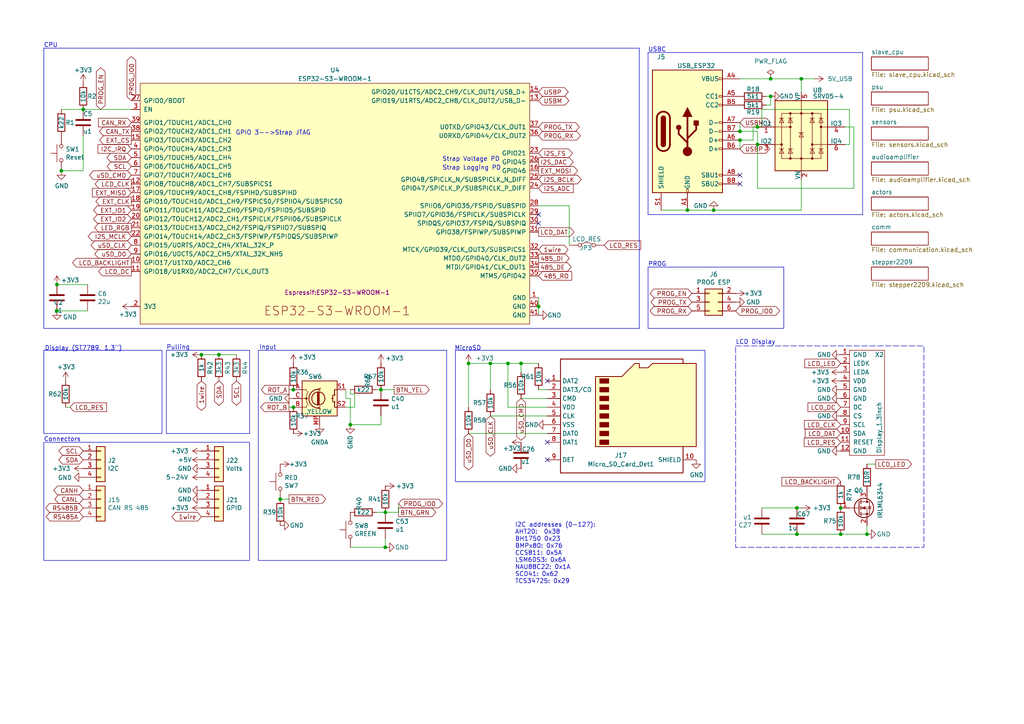
<source format=kicad_sch>
(kicad_sch (version 20250114) (generator "eeschema") (generator_version "9.0")
  (paper "A4")
  (title_block (title "lab@home") (date "2024-08-19") (rev "15.1") (company "Klaus Liebler"))
  (rectangle (start 213.36 100.33) (end 267.97 158.75) (stroke (width 0) (type dash)))
  (rectangle (start 187.96 77.47) (end 227.33 95.25))
  (rectangle (start 74.93 101.6) (end 129.54 162.56))
  (rectangle (start 12.7 128.27) (end 72.39 162.56))
  (rectangle (start 12.7 101.6) (end 46.99 125.73))
  (rectangle (start 48.26 101.6) (end 72.39 125.73))
  (rectangle (start 132.08 101.6) (end 204.47 139.7))
  (text "USBC" (at 187.96 15.24 0) (effects (font (size 1.27 1.27)) (justify left bottom)))
  (text "Connectors" (at 12.7 128.27 0) (effects (font (size 1.27 1.27)) (justify left bottom)))
  (text "I2C addresses (0-127):\nAHT20:  0x38\nBH1750 0x23\nBMPx80: 0x76\nCCS811: 0x5A\nLSM6DS3: 0x6A\nNAU88C22: 0x1A\nSCD41: 0x62\nTCS34725: 0x29\n" (at 149.352 160.528 0) (effects (font (size 1.27 1.27)) (justify left)))
  (text "Pulling" (at 48.26 101.6 0) (effects (font (size 1.27 1.27)) (justify left bottom)))
  (text "GPIO 3-->Strap JTAG" (at 68.326 39.37 0) (effects (font (size 1.27 1.27)) (justify left bottom)))
  (text "Strap Logging PD" (at 128.27 49.53 0) (effects (font (size 1.27 1.27)) (justify left bottom)))
  (text "Input" (at 75.184 101.6 0) (effects (font (size 1.27 1.27)) (justify left bottom)))
  (text "Strap Voltage PD" (at 128.27 46.99 0) (effects (font (size 1.27 1.27)) (justify left bottom)))
  (text "MicroSD" (at 131.826 101.854 0) (effects (font (size 1.27 1.27)) (justify left bottom)))
  (text "CPU" (at 12.7 13.97 0) (effects (font (size 1.27 1.27)) (justify left bottom)))
  (text "PROG" (at 187.96 77.47 0) (effects (font (size 1.27 1.27)) (justify left bottom)))
  (text "Display (ST7789, 1,3'')" (at 12.954 101.854 0) (effects (font (size 1.27 1.27)) (justify left bottom)))
  (text "LCD Display" (at 213.36 100.076 0) (effects (font (size 1.27 1.27)) (justify left bottom)))
  (junction (at 223.52 22.86))
  (junction (at 251.46 154.94))
  (junction (at 16.51 82.55))
  (junction (at 214.63 40.64))
  (junction (at 17.78 49.53))
  (junction (at 111.76 148.59))
  (junction (at 156.21 88.9))
  (junction (at 219.71 36.83))
  (junction (at 16.51 90.17))
  (junction (at 81.28 144.78))
  (junction (at 63.5 102.87))
  (junction (at 223.52 27.94))
  (junction (at 199.39 60.96))
  (junction (at 207.01 60.96))
  (junction (at 101.6 123.19))
  (junction (at 214.63 38.1))
  (junction (at 219.71 41.91))
  (junction (at 142.24 105.41))
  (junction (at 243.84 147.32))
  (junction (at 243.84 154.94))
  (junction (at 24.13 31.75))
  (junction (at 231.14 147.32))
  (junction (at 151.13 105.41))
  (junction (at 110.49 113.03))
  (junction (at 147.32 105.41))
  (junction (at 85.09 113.03))
  (junction (at 85.09 118.11))
  (junction (at 231.14 154.94))
  (junction (at 111.76 158.75))
  (junction (at 232.41 22.86))
  (junction (at 58.42 102.87))
  (junction (at 135.89 105.41))
  (no_connect (at 158.75 110.49))
  (no_connect (at 156.21 64.77))
  (no_connect (at 158.75 128.27))
  (no_connect (at 214.63 53.34))
  (no_connect (at 158.75 133.35))
  (no_connect (at 214.63 50.8))
  (no_connect (at 156.21 62.23))
  (polyline (pts (xy 12.7 13.97) (xy 12.7 95.25)))
  (wire (pts (xy 109.22 113.03) (xy 110.49 113.03)))
  (wire (pts (xy 231.14 147.32) (xy 232.41 147.32)))
  (wire (pts (xy 246.38 41.91) (xy 245.11 41.91)))
  (wire (pts (xy 191.77 60.96) (xy 199.39 60.96)))
  (wire (pts (xy 151.13 115.57) (xy 158.75 115.57)))
  (wire (pts (xy 220.98 154.94) (xy 231.14 154.94)))
  (wire (pts (xy 142.24 113.03) (xy 142.24 105.41)))
  (wire (pts (xy 63.5 102.87) (xy 68.58 102.87)))
  (wire (pts (xy 214.63 40.64) (xy 218.44 40.64)))
  (wire (pts (xy 135.89 105.41) (xy 142.24 105.41)))
  (wire (pts (xy 17.78 31.75) (xy 24.13 31.75)))
  (wire (pts (xy 232.41 52.07) (xy 232.41 60.96)))
  (wire (pts (xy 151.13 105.41) (xy 151.13 107.95)))
  (polyline (pts (xy 185.42 13.97) (xy 185.42 95.25)))
  (wire (pts (xy 101.6 113.03) (xy 101.6 114.3)))
  (wire (pts (xy 25.4 82.55) (xy 16.51 82.55)))
  (wire (pts (xy 147.32 118.11) (xy 147.32 105.41)))
  (wire (pts (xy 219.71 36.83) (xy 220.98 36.83)))
  (wire (pts (xy 147.32 118.11) (xy 158.75 118.11)))
  (wire (pts (xy 151.13 105.41) (xy 156.21 105.41)))
  (wire (pts (xy 223.52 27.94) (xy 223.52 30.48)))
  (wire (pts (xy 251.46 134.62) (xy 254 134.62)))
  (wire (pts (xy 19.05 118.11) (xy 20.32 118.11)))
  (wire (pts (xy 231.14 154.94) (xy 243.84 154.94)))
  (wire (pts (xy 85.09 113.03) (xy 83.82 113.03)))
  (wire (pts (xy 24.13 31.75) (xy 38.1 31.75)))
  (wire (pts (xy 207.01 60.96) (xy 232.41 60.96)))
  (wire (pts (xy 223.52 30.48) (xy 222.25 30.48)))
  (wire (pts (xy 214.63 40.64) (xy 214.63 43.18)))
  (wire (pts (xy 220.98 31.75) (xy 246.38 31.75)))
  (wire (pts (xy 246.38 31.75) (xy 246.38 41.91)))
  (wire (pts (xy 165.1 59.69) (xy 156.21 59.69)))
  (wire (pts (xy 220.98 36.83) (xy 220.98 31.75)))
  (wire (pts (xy 142.24 120.65) (xy 158.75 120.65)))
  (wire (pts (xy 101.6 115.57) (xy 101.6 123.19)))
  (wire (pts (xy 85.09 118.11) (xy 83.82 118.11)))
  (wire (pts (xy 156.21 86.36) (xy 156.21 88.9)))
  (wire (pts (xy 243.84 154.94) (xy 251.46 154.94)))
  (polyline (pts (xy 250.19 15.24) (xy 250.19 62.23)))
  (wire (pts (xy 165.1 59.69) (xy 165.1 71.12)))
  (wire (pts (xy 102.87 118.11) (xy 102.87 114.3)))
  (wire (pts (xy 24.13 39.37) (xy 24.13 49.53)))
  (wire (pts (xy 219.71 54.61) (xy 247.65 54.61)))
  (polyline (pts (xy 110.49 13.97) (xy 185.42 13.97)))
  (wire (pts (xy 110.49 113.03) (xy 114.3 113.03)))
  (wire (pts (xy 25.4 90.17) (xy 16.51 90.17)))
  (wire (pts (xy 220.98 147.32) (xy 231.14 147.32)))
  (wire (pts (xy 156.21 88.9) (xy 156.21 91.44)))
  (wire (pts (xy 219.71 38.1) (xy 219.71 41.91)))
  (polyline (pts (xy 250.19 62.23) (xy 187.96 62.23)))
  (wire (pts (xy 156.21 113.03) (xy 158.75 113.03)))
  (wire (pts (xy 247.65 36.83) (xy 245.11 36.83)))
  (polyline (pts (xy 12.7 13.97) (xy 110.49 13.97)))
  (wire (pts (xy 101.6 158.75) (xy 111.76 158.75)))
  (polyline (pts (xy 12.7 95.25) (xy 185.42 95.25)))
  (wire (pts (xy 251.46 152.4) (xy 251.46 154.94)))
  (wire (pts (xy 218.44 40.64) (xy 218.44 36.83)))
  (wire (pts (xy 218.44 36.83) (xy 219.71 36.83)))
  (polyline (pts (xy 12.7 13.97) (xy 12.7 13.97)))
  (wire (pts (xy 111.76 156.21) (xy 111.76 158.75)))
  (wire (pts (xy 111.76 148.59) (xy 115.57 148.59)))
  (wire (pts (xy 109.22 148.59) (xy 111.76 148.59)))
  (wire (pts (xy 199.39 60.96) (xy 207.01 60.96)))
  (wire (pts (xy 100.33 118.11) (xy 102.87 118.11)))
  (polyline (pts (xy 187.96 15.24) (xy 250.19 15.24)))
  (wire (pts (xy 135.89 118.11) (xy 135.89 105.41)))
  (wire (pts (xy 100.33 115.57) (xy 100.33 113.03)))
  (wire (pts (xy 24.13 49.53) (xy 17.78 49.53)))
  (wire (pts (xy 232.41 22.86) (xy 223.52 22.86)))
  (wire (pts (xy 110.49 120.65) (xy 110.49 123.19)))
  (wire (pts (xy 214.63 38.1) (xy 219.71 38.1)))
  (wire (pts (xy 219.71 41.91) (xy 219.71 54.61)))
  (wire (pts (xy 81.28 144.78) (xy 83.82 144.78)))
  (wire (pts (xy 214.63 22.86) (xy 223.52 22.86)))
  (wire (pts (xy 147.32 105.41) (xy 151.13 105.41)))
  (wire (pts (xy 102.87 114.3) (xy 101.6 114.3)))
  (wire (pts (xy 232.41 26.67) (xy 232.41 22.86)))
  (wire (pts (xy 222.25 27.94) (xy 223.52 27.94)))
  (wire (pts (xy 101.6 123.19) (xy 110.49 123.19)))
  (wire (pts (xy 142.24 105.41) (xy 147.32 105.41)))
  (polyline (pts (xy 187.96 15.24) (xy 187.96 62.23)))
  (wire (pts (xy 232.41 22.86) (xy 236.22 22.86)))
  (wire (pts (xy 247.65 54.61) (xy 247.65 36.83)))
  (wire (pts (xy 101.6 115.57) (xy 100.33 115.57)))
  (wire (pts (xy 115.57 146.05) (xy 115.57 148.59)))
  (wire (pts (xy 135.89 125.73) (xy 158.75 125.73)))
  (wire (pts (xy 214.63 35.56) (xy 214.63 38.1)))
  (wire (pts (xy 58.42 102.87) (xy 63.5 102.87)))
  (global_label "uSD_CLK" (shape bidirectional) (at 38.1 71.12 180) (property "Intersheetrefs" "${INTERSHEET_REFS}" (effects (hide yes))))
  (global_label "EXT_IO2" (shape bidirectional) (at 38.1 63.5 180) (property "Intersheetrefs" "${INTERSHEET_REFS}" (effects (hide yes))))
  (global_label "1wire" (shape bidirectional) (at 58.42 110.49 270) (property "Intersheetrefs" "${INTERSHEET_REFS}" (effects (hide yes))))
  (global_label "485_DI" (shape output) (at 156.21 74.93 0) (property "Intersheetrefs" "${INTERSHEET_REFS}" (effects (hide yes))))
  (global_label "SCL" (shape bidirectional) (at 68.58 110.49 270) (property "Intersheetrefs" "${INTERSHEET_REFS}" (effects (hide yes))))
  (global_label "SDA" (shape bidirectional) (at 63.5 110.49 270) (property "Intersheetrefs" "${INTERSHEET_REFS}" (effects (hide yes))))
  (global_label "I2S_DAC" (shape output) (at 156.21 46.99 0) (property "Intersheetrefs" "${INTERSHEET_REFS}" (effects (hide yes))))
  (global_label "LCD_LED" (shape output) (at 254 134.62 0) (property "Intersheetrefs" "${INTERSHEET_REFS}" (effects (hide yes))))
  (global_label "I2S_BCLK" (shape bidirectional) (at 156.21 52.07 0) (property "Intersheetrefs" "${INTERSHEET_REFS}" (effects (hide yes))))
  (global_label "RS485B" (shape bidirectional) (at 24.13 147.32 180) (property "Intersheetrefs" "${INTERSHEET_REFS}" (effects (hide yes))))
  (global_label "USBM" (shape bidirectional) (at 214.63 35.56 0) (property "Intersheetrefs" "${INTERSHEET_REFS}" (effects (hide yes))))
  (global_label "SCL" (shape bidirectional) (at 24.13 130.81 180) (property "Intersheetrefs" "${INTERSHEET_REFS}" (effects (hide yes))))
  (global_label "LCD_DC" (shape output) (at 38.1 78.74 180) (property "Intersheetrefs" "${INTERSHEET_REFS}" (effects (hide yes))))
  (global_label "CAN_TX" (shape output) (at 38.1 38.1 180) (property "Intersheetrefs" "${INTERSHEET_REFS}" (effects (hide yes))))
  (global_label "USBM" (shape bidirectional) (at 156.21 29.21 0) (property "Intersheetrefs" "${INTERSHEET_REFS}" (effects (hide yes))))
  (global_label "485_RO" (shape input) (at 156.21 80.01 0) (property "Intersheetrefs" "${INTERSHEET_REFS}" (effects (hide yes))))
  (global_label "PROG_TX" (shape bidirectional) (at 200.66 87.63 180) (property "Intersheetrefs" "${INTERSHEET_REFS}" (effects (hide yes))))
  (global_label "LCD_BACKLIGHT" (shape output) (at 38.1 76.2 180) (property "Intersheetrefs" "${INTERSHEET_REFS}" (effects (hide yes))))
  (global_label "uSD_D0" (shape bidirectional) (at 38.1 73.66 180) (property "Intersheetrefs" "${INTERSHEET_REFS}" (effects (hide yes))))
  (global_label "CANL" (shape bidirectional) (at 24.13 144.78 180) (property "Intersheetrefs" "${INTERSHEET_REFS}" (effects (hide yes))))
  (global_label "PROG_IO0" (shape bidirectional) (at 213.36 90.17 0) (property "Intersheetrefs" "${INTERSHEET_REFS}" (effects (hide yes))))
  (global_label "LCD_RES" (shape input) (at 243.84 128.27 180) (property "Intersheetrefs" "${INTERSHEET_REFS}" (effects (hide yes))))
  (global_label "PROG_IO0" (shape bidirectional) (at 115.57 146.05 0) (property "Intersheetrefs" "${INTERSHEET_REFS}" (effects (hide yes))))
  (global_label "uSD_CMD" (shape bidirectional) (at 151.13 115.57 270) (property "Intersheetrefs" "${INTERSHEET_REFS}" (effects (hide yes))))
  (global_label "uSD_CLK" (shape bidirectional) (at 142.24 120.65 270) (property "Intersheetrefs" "${INTERSHEET_REFS}" (effects (hide yes))))
  (global_label "RS485A" (shape bidirectional) (at 24.13 149.86 180) (property "Intersheetrefs" "${INTERSHEET_REFS}" (effects (hide yes))))
  (global_label "BTN_GRN" (shape output) (at 115.57 148.59 0) (property "Intersheetrefs" "${INTERSHEET_REFS}" (effects (hide yes))))
  (global_label "LED_RGB" (shape output) (at 38.1 66.04 180) (property "Intersheetrefs" "${INTERSHEET_REFS}" (effects (hide yes))))
  (global_label "CAN_RX" (shape input) (at 38.1 35.56 180) (property "Intersheetrefs" "${INTERSHEET_REFS}" (effects (hide yes))))
  (global_label "ROT_B" (shape output) (at 83.82 118.11 180) (property "Intersheetrefs" "${INTERSHEET_REFS}" (effects (hide yes))))
  (global_label "1wire" (shape bidirectional) (at 156.21 72.39 0) (property "Intersheetrefs" "${INTERSHEET_REFS}" (effects (hide yes))))
  (global_label "EXT_CLK" (shape output) (at 38.1 58.42 180) (property "Intersheetrefs" "${INTERSHEET_REFS}" (effects (hide yes))))
  (global_label "uSD_D0" (shape bidirectional) (at 135.89 125.73 270) (property "Intersheetrefs" "${INTERSHEET_REFS}" (effects (hide yes))))
  (global_label "SDA" (shape bidirectional) (at 24.13 133.35 180) (property "Intersheetrefs" "${INTERSHEET_REFS}" (effects (hide yes))))
  (global_label "I2C_IRQ" (shape input) (at 38.1 43.18 180) (property "Intersheetrefs" "${INTERSHEET_REFS}" (effects (hide yes))))
  (global_label "uSD_CMD" (shape bidirectional) (at 38.1 50.8 180) (property "Intersheetrefs" "${INTERSHEET_REFS}" (effects (hide yes))))
  (global_label "I2S_FS" (shape bidirectional) (at 156.21 44.45 0) (property "Intersheetrefs" "${INTERSHEET_REFS}" (effects (hide yes))))
  (global_label "SDA" (shape bidirectional) (at 38.1 45.72 180) (property "Intersheetrefs" "${INTERSHEET_REFS}" (effects (hide yes))))
  (global_label "LCD_RES" (shape input) (at 175.26 71.12 0) (property "Intersheetrefs" "${INTERSHEET_REFS}" (effects (hide yes))))
  (global_label "EXT_MISO" (shape input) (at 38.1 55.88 180) (property "Intersheetrefs" "${INTERSHEET_REFS}" (effects (hide yes))))
  (global_label "LCD_DAT" (shape input) (at 243.84 125.73 180) (property "Intersheetrefs" "${INTERSHEET_REFS}" (effects (hide yes))))
  (global_label "USBP" (shape bidirectional) (at 156.21 26.67 0) (property "Intersheetrefs" "${INTERSHEET_REFS}" (effects (hide yes))))
  (global_label "PROG_RX" (shape bidirectional) (at 200.66 90.17 180) (property "Intersheetrefs" "${INTERSHEET_REFS}" (effects (hide yes))))
  (global_label "LCD_DAT" (shape output) (at 156.21 67.31 0) (property "Intersheetrefs" "${INTERSHEET_REFS}" (effects (hide yes))))
  (global_label "LCD_DC" (shape input) (at 243.84 118.11 180) (property "Intersheetrefs" "${INTERSHEET_REFS}" (effects (hide yes))))
  (global_label "PROG_RX" (shape bidirectional) (at 156.21 39.37 0) (property "Intersheetrefs" "${INTERSHEET_REFS}" (effects (hide yes))))
  (global_label "BTN_RED" (shape output) (at 83.82 144.78 0) (property "Intersheetrefs" "${INTERSHEET_REFS}" (effects (hide yes))))
  (global_label "I2S_MCLK" (shape bidirectional) (at 38.1 68.58 180) (property "Intersheetrefs" "${INTERSHEET_REFS}" (effects (hide yes))))
  (global_label "EXT_IO1" (shape bidirectional) (at 38.1 60.96 180) (property "Intersheetrefs" "${INTERSHEET_REFS}" (effects (hide yes))))
  (global_label "SCL" (shape bidirectional) (at 38.1 48.26 180) (property "Intersheetrefs" "${INTERSHEET_REFS}" (effects (hide yes))))
  (global_label "PROG_IO0" (shape bidirectional) (at 38.1 29.21 90) (property "Intersheetrefs" "${INTERSHEET_REFS}" (effects (hide yes))))
  (global_label "I2S_ADC" (shape input) (at 156.21 54.61 0) (property "Intersheetrefs" "${INTERSHEET_REFS}" (effects (hide yes))))
  (global_label "LCD_CLK" (shape output) (at 38.1 53.34 180) (property "Intersheetrefs" "${INTERSHEET_REFS}" (effects (hide yes))))
  (global_label "PROG_TX" (shape bidirectional) (at 156.21 36.83 0) (property "Intersheetrefs" "${INTERSHEET_REFS}" (effects (hide yes))))
  (global_label "LCD_LED" (shape input) (at 243.84 105.41 180) (property "Intersheetrefs" "${INTERSHEET_REFS}" (effects (hide yes))))
  (global_label "LCD_CLK" (shape input) (at 243.84 123.19 180) (property "Intersheetrefs" "${INTERSHEET_REFS}" (effects (hide yes))))
  (global_label "PROG_EN" (shape bidirectional) (at 29.21 31.75 90) (property "Intersheetrefs" "${INTERSHEET_REFS}" (effects (hide yes))))
  (global_label "LCD_BACKLIGHT" (shape input) (at 243.84 139.7 180) (property "Intersheetrefs" "${INTERSHEET_REFS}" (effects (hide yes))))
  (global_label "EXT_CS" (shape output) (at 38.1 40.64 180) (property "Intersheetrefs" "${INTERSHEET_REFS}" (effects (hide yes))))
  (global_label "485_DE" (shape output) (at 156.21 77.47 0) (property "Intersheetrefs" "${INTERSHEET_REFS}" (effects (hide yes))))
  (global_label "EXT_MOSI" (shape output) (at 156.21 49.53 0) (property "Intersheetrefs" "${INTERSHEET_REFS}" (effects (hide yes))))
  (global_label "1wire" (shape bidirectional) (at 58.42 149.86 180) (property "Intersheetrefs" "${INTERSHEET_REFS}" (effects (hide yes))))
  (global_label "ROT_A" (shape output) (at 83.82 113.03 180) (property "Intersheetrefs" "${INTERSHEET_REFS}" (effects (hide yes))))
  (global_label "BTN_YEL" (shape output) (at 114.3 113.03 0) (property "Intersheetrefs" "${INTERSHEET_REFS}" (effects (hide yes))))
  (global_label "CANH" (shape bidirectional) (at 24.13 142.24 180) (property "Intersheetrefs" "${INTERSHEET_REFS}" (effects (hide yes))))
  (global_label "PROG_EN" (shape bidirectional) (at 200.66 85.09 180) (property "Intersheetrefs" "${INTERSHEET_REFS}" (effects (hide yes))))
  (global_label "USBP" (shape bidirectional) (at 214.63 43.18 0) (property "Intersheetrefs" "${INTERSHEET_REFS}" (effects (hide yes))))
  (global_label "LCD_RES" (shape input) (at 20.32 118.11 0) (property "Intersheetrefs" "${INTERSHEET_REFS}" (effects (hide yes))))
  (symbol (lib_id "power:+3V3") (at 111.76 140.97 270) (unit 1)
    (property "Reference" "#PWR0127" (effects (hide yes)))
    (property "Value" "+3V3" (at 114.808 140.97 90) (effects (justify left)))
    (property "Description" "Power symbol creates a global label with name \"+3V3\"" (effects (hide yes)))
  )
  (symbol (lib_id "power:GND") (at 243.84 120.65 270) (unit 1)
    (property "Reference" "#PWR0137" (effects (hide yes)))
    (property "Value" "GND" (at 239.014 120.65 90))
    (property "Description" "Power symbol creates a global label with name \"GND\" , ground" (effects (hide yes)))
  )
  (symbol (lib_id "Device:R") (at 17.78 35.56 180) (unit 1)
    (property "Reference" "R1" (at 20.32 35.56 0))
    (property "Value" "k22" (at 17.78 35.56 90))
    (property "Footprint" "Resistor_SMD:R_0402_1005Metric" (effects (hide yes)))
    (property "MPN" "0402WGF2200TCE" (effects (hide yes)))
    (property "Manufacturer" "UNI-ROYAL(Uniroyal Elec)" (effects (hide yes)))
  )
  (symbol (lib_id "power:+3V3") (at 243.84 110.49 90) (unit 1)
    (property "Reference" "#PWR047" (effects (hide yes)))
    (property "Value" "+3V3" (at 240.538 110.49 90) (effects (justify left)))
    (property "Description" "Power symbol creates a global label with name \"+3V3\"" (effects (hide yes)))
  )
  (symbol (lib_id "power:GND") (at 243.84 130.81 270) (unit 1)
    (property "Reference" "#PWR054" (effects (hide yes)))
    (property "Value" "GND" (at 239.014 130.81 90))
    (property "Description" "Power symbol creates a global label with name \"GND\" , ground" (effects (hide yes)))
  )
  (symbol (lib_id "Power_Protection:SRV05-4") (at 232.41 39.37 0) (unit 1)
    (property "Reference" "U8" (at 235.712 26.162 0) (effects (justify left)))
    (property "Value" "SRV05-4" (at 235.712 27.94 0) (effects (justify left)))
    (property "Footprint" "Package_TO_SOT_SMD:SOT-23-6" (effects (hide yes)))
    (property "Datasheet" "http://www.onsemi.com/pub/Collateral/SRV05-4-D.PDF" (effects (hide yes)))
    (property "MPN" "SRV05-4" (effects (hide yes)))
    (property "Manufacturer" "MSKSEMI" (effects (hide yes)))
  )
  (symbol (lib_id "Device:R") (at 68.58 106.68 180) (unit 1)
    (property "Reference" "R44" (at 71.12 106.68 90))
    (property "Value" "3k3" (at 68.58 106.68 90))
    (property "Footprint" "Resistor_SMD:R_0402_1005Metric" (effects (hide yes)))
    (property "MPN" "0402WGF3301TCE" (effects (hide yes)))
    (property "Manufacturer" "UNI-ROYAL(Uniroyal Elec)" (effects (hide yes)))
  )
  (symbol (lib_id "power:GND") (at 243.84 113.03 270) (unit 1)
    (property "Reference" "#PWR0135" (effects (hide yes)))
    (property "Value" "GND" (at 239.014 113.03 90))
    (property "Description" "Power symbol creates a global label with name \"GND\" , ground" (effects (hide yes)))
  )
  (symbol (lib_id "power:GNDA") (at 92.71 123.19 0) (unit 1)
    (property "Reference" "#PWR0125" (effects (hide yes)))
    (property "Value" "GNDA" (at 92.71 128.27 0))
    (property "Description" "Power symbol creates a global label with name \"GNDA\" , analog ground" (effects (hide yes)))
  )
  (symbol (lib_id "power:GND") (at 111.76 158.75 90) (unit 1)
    (property "Reference" "#PWR0126" (effects (hide yes)))
    (property "Value" "GND" (at 116.586 158.75 90))
    (property "Description" "Power symbol creates a global label with name \"GND\" , ground" (effects (hide yes)))
  )
  (symbol (lib_id "Switch:SW_Push") (at 17.78 44.45 90) (unit 1)
    (property "Reference" "SW1" (at 18.9992 43.2816 90) (effects (justify right)))
    (property "Value" "Reset" (at 18.9992 45.593 90) (effects (justify right)))
    (property "Footprint" "liebler_MECH:Button_2x4x3,5_handsolder" (effects (hide yes)))
    (property "MPN" "TS24CA 250gf 013" (effects (hide yes)))
    (property "Manufacturer" "SHOU HAN" (effects (hide yes)))
  )
  (symbol (lib_id "Device:C") (at 25.4 86.36 0) (unit 1)
    (property "Reference" "C6" (at 28.321 85.1916 0) (effects (justify left)))
    (property "Value" "22u" (at 28.321 87.503 0) (effects (justify left)))
    (property "Footprint" "Capacitor_SMD:C_0603_1608Metric" (effects (hide yes)))
    (property "MPN" "CL10A226MP8NUNE" (effects (hide yes)))
    (property "Manufacturer" "Samsung Electro-Mechanics" (effects (hide yes)))
  )
  (symbol (lib_id "power:GND") (at 207.01 60.96 180) (unit 1)
    (property "Reference" "#PWR045" (effects (hide yes)))
    (property "Value" "GND" (at 203.2 59.69 0))
    (property "Description" "Power symbol creates a global label with name \"GND\" , ground" (effects (hide yes)))
  )
  (symbol (lib_id "Connector_Generic:Conn_01x04") (at 63.5 133.35 0) (unit 1)
    (property "Reference" "J22" (at 65.532 133.5532 0) (effects (justify left)))
    (property "Value" "Volts" (at 65.532 135.8646 0) (effects (justify left)))
    (property "Footprint" "liebler_CONN:PhoenixContact_MC_1,5_4-G-3.5_1x04_P3.50mm_Horizontal_smallerCourtyard" (effects (hide yes)))
    (property "MPN" "KF2EDGR-3.5-4P" (effects (hide yes)))
    (property "Manufacturer" "Cixi Kefa Elec" (effects (hide yes)))
  )
  (symbol (lib_id "Device:C") (at 151.13 132.08 180) (unit 1)
    (property "Reference" "C26" (at 155.194 130.302 0) (effects (justify left)))
    (property "Value" "u1" (at 153.67 133.858 0) (effects (justify left)))
    (property "Footprint" "Capacitor_SMD:C_0201_0603Metric" (effects (hide yes)))
    (property "MPN" "GRM033R61A104KE15D" (effects (hide yes)))
    (property "Manufacturer" "Murata Electronics" (effects (hide yes)))
  )
  (symbol (lib_id "Connector_Generic:Conn_02x03_Odd_Even") (at 205.74 87.63 0) (unit 1)
    (property "Reference" "J6" (at 207.01 79.5782 0))
    (property "Value" "PROG ESP" (at 207.01 81.8896 0))
    (property "Footprint" "liebler_CONN:IDC_2x03_P1.27mm_Vertical" (effects (hide yes)))
  )
  (symbol (lib_id "Transistor_FET:IRLML0030") (at 248.92 147.32 0) (unit 1)
    (property "Reference" "Q6" (at 247.65 142.24 0) (effects (justify left)))
    (property "Value" "IRLML6344" (at 255.27 150.368 90) (effects (justify left)))
    (property "Footprint" "Package_TO_SOT_SMD:SOT-23" (effects (hide yes)))
    (property "Datasheet" "https://www.infineon.com/dgdl/irlml0030pbf.pdf?fileId=5546d462533600a401535664773825df" (effects (hide yes)))
    (property "Description" "5.3A Id, 30V Vds, 27mOhm Rds, N-Channel HEXFET Power MOSFET, SOT-23" (effects (hide yes)))
    (property "MPN" "AO3400" (effects (hide yes)))
    (property "Manufacturer" "GOODWORK" (effects (hide yes)))
  )
  (symbol (lib_id "Device:R") (at 19.05 114.3 0) (unit 1)
    (property "Reference" "R62" (at 13.97 114.3 0) (effects (justify left)))
    (property "Value" "10k" (at 19.05 114.3 90))
    (property "Footprint" "Resistor_SMD:R_0201_0603Metric" (effects (hide yes)))
    (property "MPN" "0201WMF1002TEE" (effects (hide yes)))
    (property "Manufacturer" "UNI-ROYAL(Uniroyal Elec)" (effects (hide yes)))
  )
  (symbol (lib_id "Device:R") (at 243.84 151.13 0) (unit 1)
    (property "Reference" "R75" (at 238.76 151.13 0) (effects (justify left)))
    (property "Value" "10k" (at 243.84 151.13 90))
    (property "Footprint" "Resistor_SMD:R_0201_0603Metric" (effects (hide yes)))
    (property "MPN" "0201WMF1002TEE" (effects (hide yes)))
    (property "Manufacturer" "UNI-ROYAL(Uniroyal Elec)" (effects (hide yes)))
  )
  (symbol (lib_id "Connector_Generic:Conn_01x04") (at 63.5 144.78 0) (unit 1)
    (property "Reference" "J21" (at 65.532 144.9832 0) (effects (justify left)))
    (property "Value" "GPIO" (at 65.532 147.2946 0) (effects (justify left)))
    (property "Footprint" "liebler_CONN:PhoenixContact_MC_1,5_4-G-3.5_1x04_P3.50mm_Horizontal_smallerCourtyard" (effects (hide yes)))
    (property "MPN" "KF2EDGR-3.5-4P" (effects (hide yes)))
    (property "Manufacturer" "Cixi Kefa Elec" (effects (hide yes)))
  )
  (symbol (lib_id "power:+3V3") (at 135.89 105.41 0) (unit 1)
    (property "Reference" "#PWR0189" (effects (hide yes)))
    (property "Value" "+3V3" (at 137.922 103.886 0) (effects (justify left)))
    (property "Description" "Power symbol creates a global label with name \"+3V3\"" (effects (hide yes)))
  )
  (symbol (lib_id "power:+3V3") (at 81.28 134.62 270) (unit 1)
    (property "Reference" "#PWR088" (effects (hide yes)))
    (property "Value" "+3V3" (at 83.82 134.62 90) (effects (justify left)))
    (property "Description" "Power symbol creates a global label with name \"+3V3\"" (effects (hide yes)))
  )
  (symbol (lib_id "Device:R") (at 156.21 109.22 0) (unit 1)
    (property "Reference" "R61" (at 151.13 109.22 0) (effects (justify left)))
    (property "Value" "10k" (at 156.21 109.22 90))
    (property "Footprint" "Resistor_SMD:R_0201_0603Metric" (effects (hide yes)))
    (property "MPN" "0201WMF1002TEE" (effects (hide yes)))
    (property "Manufacturer" "UNI-ROYAL(Uniroyal Elec)" (effects (hide yes)))
  )
  (symbol (lib_id "Device:R") (at 251.46 138.43 0) (unit 1)
    (property "Reference" "R78" (at 247.65 138.43 0))
    (property "Value" "10R" (at 251.46 138.43 90))
    (property "Footprint" "Resistor_SMD:R_1206_3216Metric" (effects (hide yes)))
    (property "MPN" "1206W4F100JT5E" (effects (hide yes)))
    (property "Manufacturer" "UNI-ROYAL(Uniroyal Elec)" (effects (hide yes)))
  )
  (symbol (lib_id "power:GND") (at 201.93 133.35 0) (unit 1)
    (property "Reference" "#PWR0188" (effects (hide yes)))
    (property "Value" "GND" (at 202.057 137.7442 0))
    (property "Description" "Power symbol creates a global label with name \"GND\" , ground" (effects (hide yes)))
  )
  (symbol (lib_id "power:+3V3") (at 19.05 110.49 0) (unit 1)
    (property "Reference" "#PWR0193" (effects (hide yes)))
    (property "Value" "+3V3" (at 16.51 106.426 0) (effects (justify left)))
    (property "Description" "Power symbol creates a global label with name \"+3V3\"" (effects (hide yes)))
  )
  (symbol (lib_id "Device:R") (at 85.09 121.92 180) (unit 1)
    (property "Reference" "R37" (at 87.63 120.65 0))
    (property "Value" "10k" (at 85.09 121.92 90))
    (property "Footprint" "Resistor_SMD:R_0201_0603Metric" (effects (hide yes)))
    (property "MPN" "0201WMF1002TEE" (effects (hide yes)))
    (property "Manufacturer" "UNI-ROYAL(Uniroyal Elec)" (effects (hide yes)))
  )
  (symbol (lib_id "Device:R") (at 111.76 144.78 0) (unit 1)
    (property "Reference" "R41" (at 106.68 144.78 0) (effects (justify left)))
    (property "Value" "10k" (at 111.76 144.78 90))
    (property "Footprint" "Resistor_SMD:R_0201_0603Metric" (effects (hide yes)))
    (property "MPN" "0201WMF1002TEE" (effects (hide yes)))
    (property "Manufacturer" "UNI-ROYAL(Uniroyal Elec)" (effects (hide yes)))
  )
  (symbol (lib_id "Device:C") (at 110.49 116.84 180) (unit 1)
    (property "Reference" "C40" (at 113.411 115.6716 0) (effects (justify right)))
    (property "Value" "u1" (at 113.411 117.983 0) (effects (justify right)))
    (property "Footprint" "Capacitor_SMD:C_0201_0603Metric" (effects (hide yes)))
    (property "MPN" "GRM033R61A104KE15D" (effects (hide yes)))
    (property "Manufacturer" "Murata Electronics" (effects (hide yes)))
  )
  (symbol (lib_id "Device:C") (at 16.51 86.36 0) (unit 1)
    (property "Reference" "C2" (at 15.621 87.7316 0) (effects (justify left)))
    (property "Value" "u1" (at 15.621 90.043 0) (effects (justify left)))
    (property "Footprint" "Capacitor_SMD:C_0201_0603Metric" (effects (hide yes)))
    (property "MPN" "GRM033R61A104KE15D" (effects (hide yes)))
    (property "Manufacturer" "Murata Electronics" (effects (hide yes)))
  )
  (symbol (lib_id "power:+3V3") (at 110.49 105.41 0) (unit 1)
    (property "Reference" "#PWR0128" (effects (hide yes)))
    (property "Value" "+3V3" (at 111.76 103.886 0) (effects (justify left)))
    (property "Description" "Power symbol creates a global label with name \"+3V3\"" (effects (hide yes)))
  )
  (symbol (lib_id "power:+5V") (at 58.42 133.35 90) (unit 1)
    (property "Reference" "#PWR0112" (effects (hide yes)))
    (property "Value" "+5V" (at 53.594 133.35 90))
    (property "Description" "Power symbol creates a global label with name \"+5V\"" (effects (hide yes)))
  )
  (symbol (lib_id "power:+3V3") (at 232.41 147.32 270) (unit 1)
    (property "Reference" "#PWR087" (effects (hide yes)))
    (property "Value" "+3V3" (at 235.712 147.32 90) (effects (justify left)))
    (property "Description" "Power symbol creates a global label with name \"+3V3\"" (effects (hide yes)))
  )
  (symbol (lib_id "Device:R") (at 142.24 116.84 0) (unit 1)
    (property "Reference" "R57" (at 137.16 116.84 0) (effects (justify left)))
    (property "Value" "10k" (at 142.24 116.84 90))
    (property "Footprint" "Resistor_SMD:R_0201_0603Metric" (effects (hide yes)))
    (property "MPN" "0201WMF1002TEE" (effects (hide yes)))
    (property "Manufacturer" "UNI-ROYAL(Uniroyal Elec)" (effects (hide yes)))
  )
  (symbol (lib_id "Connector_Generic:Conn_01x04") (at 29.21 144.78 0) (unit 1)
    (property "Reference" "J15" (at 31.242 144.9832 0) (effects (justify left)))
    (property "Value" "CAN RS 485" (at 31.242 147.2946 0) (effects (justify left)))
    (property "Footprint" "liebler_CONN:PhoenixContact_MC_1,5_4-G-3.5_1x04_P3.50mm_Horizontal_smallerCourtyard" (effects (hide yes)))
    (property "MPN" "KF2EDGR-3.5-4P" (effects (hide yes)))
    (property "Manufacturer" "Cixi Kefa Elec" (effects (hide yes)))
  )
  (symbol (lib_id "Device:R") (at 105.41 148.59 270) (unit 1)
    (property "Reference" "R40" (at 104.14 146.05 0))
    (property "Value" "k22" (at 105.41 148.59 90))
    (property "Footprint" "Resistor_SMD:R_0402_1005Metric" (effects (hide yes)))
    (property "MPN" "0402WGF2200TCE" (effects (hide yes)))
    (property "Manufacturer" "UNI-ROYAL(Uniroyal Elec)" (effects (hide yes)))
  )
  (symbol (lib_id "Device:C") (at 111.76 152.4 180) (unit 1)
    (property "Reference" "C53" (at 114.681 151.2316 0) (effects (justify right)))
    (property "Value" "u1" (at 114.681 153.543 0) (effects (justify right)))
    (property "Footprint" "Capacitor_SMD:C_0201_0603Metric" (effects (hide yes)))
    (property "MPN" "GRM033R61A104KE15D" (effects (hide yes)))
    (property "Manufacturer" "Murata Electronics" (effects (hide yes)))
  )
  (symbol (lib_id "power:GND") (at 243.84 102.87 270) (unit 1)
    (property "Reference" "#PWR018" (effects (hide yes)))
    (property "Value" "GND" (at 239.014 102.87 90))
    (property "Description" "Power symbol creates a global label with name \"GND\" , ground" (effects (hide yes)))
  )
  (symbol (lib_id "power:GND") (at 156.21 91.44 90) (unit 1)
    (property "Reference" "#PWR040" (effects (hide yes)))
    (property "Value" "GND" (at 158.75 91.44 90) (effects (justify right)))
    (property "Description" "Power symbol creates a global label with name \"GND\" , ground" (effects (hide yes)))
  )
  (symbol (lib_id "Device:R") (at 135.89 121.92 0) (unit 1)
    (property "Reference" "R58" (at 137.16 121.92 0) (effects (justify left)))
    (property "Value" "10k" (at 135.89 121.92 90))
    (property "Footprint" "Resistor_SMD:R_0201_0603Metric" (effects (hide yes)))
    (property "MPN" "0201WMF1002TEE" (effects (hide yes)))
    (property "Manufacturer" "UNI-ROYAL(Uniroyal Elec)" (effects (hide yes)))
  )
  (symbol (lib_id "power:GND") (at 24.13 138.43 270) (unit 1)
    (property "Reference" "#PWR026" (effects (hide yes)))
    (property "Value" "GND" (at 20.8788 138.557 90) (effects (justify right)))
    (property "Description" "Power symbol creates a global label with name \"GND\" , ground" (effects (hide yes)))
  )
  (symbol (lib_id "power:GND") (at 101.6 123.19 0) (unit 1)
    (property "Reference" "#PWR0203" (effects (hide yes)))
    (property "Value" "GND" (at 101.6 128.27 90))
    (property "Description" "Power symbol creates a global label with name \"GND\" , ground" (effects (hide yes)))
  )
  (symbol (lib_id "Device:C") (at 220.98 151.13 180) (unit 1)
    (property "Reference" "C27" (at 218.059 152.2984 0) (effects (justify left)))
    (property "Value" "u1" (at 218.059 149.987 0) (effects (justify left)))
    (property "Footprint" "Capacitor_SMD:C_0201_0603Metric" (effects (hide yes)))
    (property "MPN" "GRM033R61A104KE15D" (effects (hide yes)))
    (property "Manufacturer" "Murata Electronics" (effects (hide yes)))
  )
  (symbol (lib_id "liebler_OPTO:Display_LH154K-PG04") (at 251.46 116.84 0) (unit 1)
    (property "Reference" "X2" (at 253.746 102.87 0) (effects (justify left)))
    (property "Value" "Display_1.3inch" (at 255.016 131.572 90) (effects (justify left)))
    (property "Footprint" "liebler_OPTO:IPS_130" (effects (hide yes)))
  )
  (symbol (lib_id "Device:R") (at 81.28 148.59 0) (unit 1)
    (property "Reference" "R39" (at 76.2 148.59 0) (effects (justify left)))
    (property "Value" "10k" (at 81.28 148.59 90))
    (property "Footprint" "Resistor_SMD:R_0201_0603Metric" (effects (hide yes)))
    (property "MPN" "0201WMF1002TEE" (effects (hide yes)))
    (property "Manufacturer" "UNI-ROYAL(Uniroyal Elec)" (effects (hide yes)))
  )
  (symbol (lib_id "Connector:USB_C_Receptacle_USB2.0_16P") (at 199.39 38.1 0) (unit 1)
    (property "Reference" "J5" (at 191.77 16.51 0))
    (property "Value" "USB_ESP32" (at 201.93 19.05 0))
    (property "Footprint" "liebler_CONN:USB_C_Receptacle_HRO_TYPE-C-31-M-12_smaller" (effects (hide yes)))
    (property "Datasheet" "https://www.usb.org/sites/default/files/documents/usb_type-c.zip" (effects (hide yes)))
    (property "Description" "USB 2.0-only 16P Type-C Receptacle connector" (effects (hide yes)))
    (property "MPN" "TYPE-C-31-M-12" (effects (hide yes)))
    (property "Manufacturer" "Korean Hroparts Elec" (effects (hide yes)))
  )
  (symbol (lib_id "Device:C") (at 231.14 151.13 0) (unit 1)
    (property "Reference" "C67" (at 231.14 149.098 0) (effects (justify left)))
    (property "Value" "1u" (at 228.6 153.162 0) (effects (justify left)))
    (property "Footprint" "Capacitor_SMD:C_0402_1005Metric" (effects (hide yes)))
    (property "Description" "Unpolarized capacitor" (effects (hide yes)))
    (property "MPN" "CL05A105KA5NQNC" (effects (hide yes)))
    (property "Manufacturer" "Samsung Electro-Mechanics" (effects (hide yes)))
  )
  (symbol (lib_id "power:+3V3") (at 38.1 88.9 90) (unit 1)
    (property "Reference" "#PWR015" (effects (hide yes)))
    (property "Value" "+3V3" (at 37.084 91.186 90))
    (property "Description" "Power symbol creates a global label with name \"+3V3\"" (effects (hide yes)))
  )
  (symbol (lib_id "power:+3V3") (at 16.51 82.55 0) (unit 1)
    (property "Reference" "#PWR06" (effects (hide yes)))
    (property "Value" "+3V3" (at 20.32 81.28 0))
    (property "Description" "Power symbol creates a global label with name \"+3V3\"" (effects (hide yes)))
  )
  (symbol (lib_id "Device:R") (at 151.13 111.76 0) (unit 1)
    (property "Reference" "R56" (at 146.05 111.76 0) (effects (justify left)))
    (property "Value" "10k" (at 151.13 111.76 90))
    (property "Footprint" "Resistor_SMD:R_0201_0603Metric" (effects (hide yes)))
    (property "MPN" "0201WMF1002TEE" (effects (hide yes)))
    (property "Manufacturer" "UNI-ROYAL(Uniroyal Elec)" (effects (hide yes)))
  )
  (symbol (lib_id "power:+3V3") (at 243.84 107.95 90) (unit 1)
    (property "Reference" "#PWR0139" (effects (hide yes)))
    (property "Value" "+3V3" (at 240.538 107.95 90) (effects (justify left)))
    (property "Description" "Power symbol creates a global label with name \"+3V3\"" (effects (hide yes)))
  )
  (symbol (lib_id "power:GND") (at 58.42 142.24 270) (unit 1)
    (property "Reference" "#PWR0113" (effects (hide yes)))
    (property "Value" "GND" (at 55.626 142.24 90) (effects (justify right)))
    (property "Description" "Power symbol creates a global label with name \"GND\" , ground" (effects (hide yes)))
  )
  (symbol (lib_id "power:+3V3") (at 151.13 128.27 90) (unit 1)
    (property "Reference" "#PWR056" (effects (hide yes)))
    (property "Value" "+3V3" (at 151.13 130.048 90) (effects (justify left)))
    (property "Description" "Power symbol creates a global label with name \"+3V3\"" (effects (hide yes)))
  )
  (symbol (lib_id "Espressif:ESP32-S3-WROOM-1") (at 97.79 58.42 0) (unit 1)
    (property "Reference" "U4" (at 97.155 20.32 0))
    (property "Value" "ESP32-S3-WROOM-1" (at 97.155 22.86 0))
    (property "Footprint" "Espressif:ESP32-S3-WROOM-1" (at 97.79 84.836 0))
    (property "Datasheet" "https://www.espressif.com/sites/default/files/documentation/esp32-s3-wroom-1_wroom-1u_datasheet_en.pdf" (effects (hide yes)))
    (property "MPN" "ESP32-S3-WROOM-1-N8R2" (effects (hide yes)))
    (property "Manufacturer" "Espressif Systems" (effects (hide yes)))
  )
  (symbol (lib_id "Connector:Micro_SD_Card_Det1") (at 181.61 120.65 0) (unit 1)
    (property "Reference" "J17" (at 180.086 132.08 0))
    (property "Value" "Micro_SD_Card_Det1" (at 180.086 134.62 0))
    (property "Footprint" "liebler_MECH:microSD push" (effects (hide yes)))
    (property "Datasheet" "https://datasheet.lcsc.com/lcsc/2110151630_XKB-Connectivity-XKTF-015-N_C381082.pdf" (effects (hide yes)))
    (property "Description" "Micro SD Card Socket with one card detection pin" (effects (hide yes)))
    (property "MPN" "TF PUSH" (effects (hide yes)))
    (property "Manufacturer" "SHOU HAN" (effects (hide yes)))
  )
  (symbol (lib_id "power:+3V3") (at 85.09 125.73 270) (unit 1)
    (property "Reference" "#PWR086" (effects (hide yes)))
    (property "Value" "+3V3" (at 87.884 125.73 90) (effects (justify left)))
    (property "Description" "Power symbol creates a global label with name \"+3V3\"" (effects (hide yes)))
  )
  (symbol (lib_id "power:PWR_FLAG") (at 223.52 22.86 0) (unit 1)
    (property "Reference" "#FLG03" (effects (hide yes)))
    (property "Value" "PWR_FLAG" (at 223.52 17.78 0))
    (property "Description" "Special symbol for telling ERC where power comes from" (effects (hide yes)))
  )
  (symbol (lib_id "power:+3V3") (at 24.13 135.89 90) (unit 1)
    (property "Reference" "#PWR027" (effects (hide yes)))
    (property "Value" "+3V3" (at 17.78 135.89 90))
    (property "Description" "Power symbol creates a global label with name \"+3V3\"" (effects (hide yes)))
  )
  (symbol (lib_id "power:GND") (at 213.36 87.63 90) (unit 1)
    (property "Reference" "#PWR049" (effects (hide yes)))
    (property "Value" "GND" (at 218.44 87.63 90))
    (property "Description" "Power symbol creates a global label with name \"GND\" , ground" (effects (hide yes)))
  )
  (symbol (lib_id "Connector_Generic:Conn_01x04") (at 29.21 133.35 0) (unit 1)
    (property "Reference" "J2" (at 31.242 133.5532 0) (effects (justify left)))
    (property "Value" "I2C" (at 31.242 135.8646 0) (effects (justify left)))
    (property "Footprint" "liebler_CONN:PhoenixContact_MC_1,5_4-G-3.5_1x04_P3.50mm_Horizontal_smallerCourtyard" (effects (hide yes)))
    (property "MPN" "KF2EDGR-3.5-4P" (effects (hide yes)))
    (property "Manufacturer" "Cixi Kefa Elec" (effects (hide yes)))
  )
  (symbol (lib_id "power:+3V3") (at 58.42 102.87 90) (unit 1)
    (property "Reference" "#PWR090" (effects (hide yes)))
    (property "Value" "+3V3" (at 54.61 102.87 90) (effects (justify left)))
    (property "Description" "Power symbol creates a global label with name \"+3V3\"" (effects (hide yes)))
  )
  (symbol (lib_id "power:GND") (at 81.28 152.4 90) (unit 1)
    (property "Reference" "#PWR044" (effects (hide yes)))
    (property "Value" "GND" (at 86.106 152.4 90))
    (property "Description" "Power symbol creates a global label with name \"GND\" , ground" (effects (hide yes)))
  )
  (symbol (lib_id "power:GND") (at 16.51 90.17 0) (unit 1)
    (property "Reference" "#PWR07" (effects (hide yes)))
    (property "Value" "GND" (at 22.352 91.948 0) (effects (justify right)))
    (property "Description" "Power symbol creates a global label with name \"GND\" , ground" (effects (hide yes)))
  )
  (symbol (lib_id "power:GND") (at 85.09 115.57 270) (unit 1)
    (property "Reference" "#PWR085" (effects (hide yes)))
    (property "Value" "GND" (at 80.01 115.57 90))
    (property "Description" "Power symbol creates a global label with name \"GND\" , ground" (effects (hide yes)))
  )
  (symbol (lib_id "power:GND") (at 17.78 49.53 0) (unit 1)
    (property "Reference" "#PWR04" (effects (hide yes)))
    (property "Value" "GND" (at 17.907 53.9242 0))
    (property "Description" "Power symbol creates a global label with name \"GND\" , ground" (effects (hide yes)))
  )
  (symbol (lib_id "power:+3V3") (at 58.42 130.81 90) (unit 1)
    (property "Reference" "#PWR0115" (effects (hide yes)))
    (property "Value" "+3V3" (at 52.07 130.81 90))
    (property "Description" "Power symbol creates a global label with name \"+3V3\"" (effects (hide yes)))
  )
  (symbol (lib_id "power:GND") (at 243.84 115.57 270) (unit 1)
    (property "Reference" "#PWR0136" (effects (hide yes)))
    (property "Value" "GND" (at 239.014 115.57 90))
    (property "Description" "Power symbol creates a global label with name \"GND\" , ground" (effects (hide yes)))
  )
  (symbol (lib_id "power:+3V3") (at 213.36 85.09 270) (unit 1)
    (property "Reference" "#PWR048" (effects (hide yes)))
    (property "Value" "+3V3" (at 218.44 85.09 90))
    (property "Description" "Power symbol creates a global label with name \"+3V3\"" (effects (hide yes)))
  )
  (symbol (lib_id "Jumper:Jumper_2_Bridged") (at 170.18 71.12 0) (unit 1) (exclude_from_sim yes)
    (property "Reference" "JP3" (at 169.926 71.882 0))
    (property "Value" "LCD_RES" (at 170.18 69.342 0))
    (property "Footprint" "Jumper:SolderJumper-2_P1.3mm_Bridged2Bar_RoundedPad1.0x1.5mm" (effects (hide yes)))
    (property "Description" "Jumper, 2-pole, closed/bridged" (effects (hide yes)))
  )
  (symbol (lib_id "Device:R") (at 58.42 106.68 180) (unit 1)
    (property "Reference" "R42" (at 60.96 106.68 90))
    (property "Value" "1k" (at 58.42 106.68 90))
    (property "Footprint" "Resistor_SMD:R_0402_1005Metric" (effects (hide yes)))
    (property "MPN" "0402WGF1001TCE" (effects (hide yes)))
    (property "Manufacturer" "UNI-ROYAL(Uniroyal Elec)" (effects (hide yes)))
  )
  (symbol (lib_id "power:GND") (at 151.13 135.89 270) (unit 1)
    (property "Reference" "#PWR0190" (effects (hide yes)))
    (property "Value" "GND" (at 146.558 135.89 90))
    (property "Description" "Power symbol creates a global label with name \"GND\" , ground" (effects (hide yes)))
  )
  (symbol (lib_id "power:+5V") (at 236.22 22.86 270) (unit 1)
    (property "Reference" "#PWR0106" (effects (hide yes)))
    (property "Value" "5V_USB" (at 240.03 22.8599 90) (effects (justify left)))
    (property "Description" "Power symbol creates a global label with name \"+5V\"" (effects (hide yes)))
  )
  (symbol (lib_id "power:GND") (at 223.52 27.94 90) (unit 1)
    (property "Reference" "#PWR053" (effects (hide yes)))
    (property "Value" "GND" (at 226.06 27.94 90) (effects (justify right)))
    (property "Description" "Power symbol creates a global label with name \"GND\" , ground" (effects (hide yes)))
  )
  (symbol (lib_id "Switch:SW_Push") (at 101.6 153.67 90) (unit 1)
    (property "Reference" "SW8" (at 102.8192 152.5016 90) (effects (justify right)))
    (property "Value" "GREEN" (at 102.8192 154.813 90) (effects (justify right)))
    (property "Footprint" "liebler_MECH:SW_Push_1P1T_NO_6x6mm_H6.5mm_Reverse" (effects (hide yes)))
    (property "MPN" "TS-1095E-A6B3-D2" (effects (hide yes)))
    (property "Manufacturer" "Yuandi" (effects (hide yes)))
  )
  (symbol (lib_id "Device:R") (at 105.41 113.03 90) (mirror x) (unit 1)
    (property "Reference" "R66" (at 106.68 110.49 0))
    (property "Value" "k22" (at 105.41 113.03 90))
    (property "Footprint" "Resistor_SMD:R_0402_1005Metric" (effects (hide yes)))
    (property "MPN" "0402WGF2200TCE" (effects (hide yes)))
    (property "Manufacturer" "UNI-ROYAL(Uniroyal Elec)" (effects (hide yes)))
  )
  (symbol (lib_id "power:+VSW") (at 58.42 138.43 90) (unit 1)
    (property "Reference" "#PWR076" (effects (hide yes)))
    (property "Value" "5-24V" (at 54.61 138.4299 90) (effects (justify left)))
    (property "Description" "Power symbol creates a global label with name \"+VSW\"" (effects (hide yes)))
  )
  (symbol (lib_id "Device:R") (at 218.44 27.94 90) (unit 1)
    (property "Reference" "R18" (at 218.44 25.908 90))
    (property "Value" "5k1" (at 218.44 27.94 90))
    (property "Footprint" "Resistor_SMD:R_0201_0603Metric" (effects (hide yes)))
    (property "MPN" "RC0201FR-075K1L" (effects (hide yes)))
    (property "Manufacturer" "YAGEO" (effects (hide yes)))
  )
  (symbol (lib_id "Device:R") (at 24.13 27.94 180) (unit 1)
    (property "Reference" "R2" (at 26.67 27.94 0))
    (property "Value" "10k" (at 24.13 27.94 90))
    (property "Footprint" "Resistor_SMD:R_0201_0603Metric" (effects (hide yes)))
    (property "MPN" "0201WMF1002TEE" (effects (hide yes)))
    (property "Manufacturer" "UNI-ROYAL(Uniroyal Elec)" (effects (hide yes)))
  )
  (symbol (lib_id "Device:R") (at 218.44 30.48 90) (unit 1)
    (property "Reference" "R19" (at 218.44 32.512 90))
    (property "Value" "5k1" (at 218.44 30.48 90))
    (property "Footprint" "Resistor_SMD:R_0201_0603Metric" (effects (hide yes)))
    (property "MPN" "RC0201FR-075K1L" (effects (hide yes)))
    (property "Manufacturer" "YAGEO" (effects (hide yes)))
  )
  (symbol (lib_id "power:GND") (at 158.75 123.19 270) (unit 1)
    (property "Reference" "#PWR0191" (effects (hide yes)))
    (property "Value" "GND" (at 154.178 123.19 90))
    (property "Description" "Power symbol creates a global label with name \"GND\" , ground" (effects (hide yes)))
  )
  (symbol (lib_id "power:+3V3") (at 85.09 105.41 0) (unit 1)
    (property "Reference" "#PWR084" (effects (hide yes)))
    (property "Value" "+3V3" (at 86.36 103.632 0) (effects (justify left)))
    (property "Description" "Power symbol creates a global label with name \"+3V3\"" (effects (hide yes)))
  )
  (symbol (lib_id "power:+3V3") (at 24.13 24.13 0) (unit 1)
    (property "Reference" "#PWR09" (effects (hide yes)))
    (property "Value" "+3V3" (at 24.13 20.32 0))
    (property "Description" "Power symbol creates a global label with name \"+3V3\"" (effects (hide yes)))
  )
  (symbol (lib_id "power:+3V3") (at 58.42 147.32 90) (unit 1)
    (property "Reference" "#PWR0109" (effects (hide yes)))
    (property "Value" "+3V3" (at 52.07 147.32 90))
    (property "Description" "Power symbol creates a global label with name \"+3V3\"" (effects (hide yes)))
  )
  (symbol (lib_id "Switch:SW_Push") (at 81.28 139.7 90) (mirror x) (unit 1)
    (property "Reference" "SW7" (at 82.4992 140.8684 90) (effects (justify right)))
    (property "Value" "RED" (at 82.4992 138.557 90) (effects (justify right)))
    (property "Footprint" "liebler_MECH:SW_Push_1P1T_NO_6x6mm_H6.5mm_Reverse" (effects (hide yes)))
    (property "MPN" "TS-1095E-A6B3-D2" (effects (hide yes)))
    (property "Manufacturer" "Yuandi" (effects (hide yes)))
  )
  (symbol (lib_id "Device:C") (at 24.13 35.56 0) (unit 1)
    (property "Reference" "C5" (at 24.13 33.02 0) (effects (justify left)))
    (property "Value" "u1" (at 24.13 38.1 0) (effects (justify left)))
    (property "Footprint" "Capacitor_SMD:C_0201_0603Metric" (effects (hide yes)))
    (property "MPN" "GRM033R61A104KE15D" (effects (hide yes)))
    (property "Manufacturer" "Murata Electronics" (effects (hide yes)))
  )
  (symbol (lib_id "power:GND") (at 58.42 144.78 270) (unit 1)
    (property "Reference" "#PWR0110" (effects (hide yes)))
    (property "Value" "GND" (at 55.626 144.78 90) (effects (justify right)))
    (property "Description" "Power symbol creates a global label with name \"GND\" , ground" (effects (hide yes)))
  )
  (symbol (lib_id "Device:R") (at 110.49 109.22 0) (unit 1)
    (property "Reference" "R67" (at 105.41 109.22 0) (effects (justify left)))
    (property "Value" "10k" (at 110.49 109.22 90))
    (property "Footprint" "Resistor_SMD:R_0201_0603Metric" (effects (hide yes)))
    (property "MPN" "0201WMF1002TEE" (effects (hide yes)))
    (property "Manufacturer" "UNI-ROYAL(Uniroyal Elec)" (effects (hide yes)))
  )
  (symbol (lib_id "Device:R") (at 63.5 106.68 180) (unit 1)
    (property "Reference" "R43" (at 66.04 106.68 90))
    (property "Value" "3k3" (at 63.5 106.68 90))
    (property "Footprint" "Resistor_SMD:R_0402_1005Metric" (effects (hide yes)))
    (property "MPN" "0402WGF3301TCE" (effects (hide yes)))
    (property "Manufacturer" "UNI-ROYAL(Uniroyal Elec)" (effects (hide yes)))
  )
  (symbol (lib_id "power:GND") (at 251.46 154.94 90) (unit 1)
    (property "Reference" "#PWR0138" (effects (hide yes)))
    (property "Value" "GND" (at 256.286 154.94 90))
    (property "Description" "Power symbol creates a global label with name \"GND\" , ground" (effects (hide yes)))
  )
  (symbol (lib_id "power:GND") (at 58.42 135.89 270) (unit 1)
    (property "Reference" "#PWR0114" (effects (hide yes)))
    (property "Value" "GND" (at 55.626 135.89 90) (effects (justify right)))
    (property "Description" "Power symbol creates a global label with name \"GND\" , ground" (effects (hide yes)))
  )
  (symbol (lib_id "Device:RotaryEncoder_Switch_MP") (at 92.71 115.57 0) (unit 1)
    (property "Reference" "SW6" (at 91.44 109.22 0))
    (property "Value" "YELLOW" (at 92.71 119.38 0))
    (property "Footprint" "liebler_MECH:RotaryEncoder_EC11_SMD_handsolder" (effects (hide yes)))
    (property "Description" "Rotary encoder, dual channel, incremental quadrate outputs, with switch and MP Pin" (effects (hide yes)))
    (property "MPN" "EC11E0940501" (effects (hide yes)))
    (property "Manufacturer" "ALPSALPINE" (effects (hide yes)))
  )
  (symbol (lib_id "Device:R") (at 85.09 109.22 180) (unit 1)
    (property "Reference" "R36" (at 87.63 107.95 0))
    (property "Value" "10k" (at 85.09 109.22 90))
    (property "Footprint" "Resistor_SMD:R_0201_0603Metric" (effects (hide yes)))
    (property "MPN" "0201WMF1002TEE" (effects (hide yes)))
    (property "Manufacturer" "UNI-ROYAL(Uniroyal Elec)" (effects (hide yes)))
  )
  (symbol (lib_id "Device:R") (at 243.84 143.51 180) (unit 1)
    (property "Reference" "R74" (at 246.38 143.51 90))
    (property "Value" "1k" (at 243.84 143.51 90))
    (property "Footprint" "Resistor_SMD:R_0402_1005Metric" (effects (hide yes)))
    (property "MPN" "0402WGF1001TCE" (effects (hide yes)))
    (property "Manufacturer" "UNI-ROYAL(Uniroyal Elec)" (effects (hide yes)))
  )
  (sheet (at 252.73 77.47) (size 16.51 3.81) (stroke (width 0.1524))
    (property "Sheetname" "stepper2209" (at 252.73 76.7584 0) (effects (justify left bottom)))
    (property "Sheetfile" "stepper2209.kicad_sch" (at 252.73 81.8646 0) (effects (justify left top)))
  )
  (sheet (at 252.73 46.99) (size 16.51 3.81)
    (property "Sheetname" "audioamplifier" (at 252.73 46.2784 0) (effects (justify left bottom)))
    (property "Sheetfile" "audioamplifier.kicad_sch" (at 252.73 51.3846 0) (effects (justify left top)))
  )
  (sheet (at 252.73 67.31) (size 16.51 3.81) (stroke (width 0.1524))
    (property "Sheetname" "comm" (at 252.73 66.5984 0) (effects (justify left bottom)))
    (property "Sheetfile" "communication.kicad_sch" (at 252.73 71.7046 0) (effects (justify left top)))
  )
  (sheet (at 252.73 26.67) (size 16.51 3.81) (stroke (width 0.1524))
    (property "Sheetname" "psu" (at 252.73 25.9584 0) (effects (justify left bottom)))
    (property "Sheetfile" "psu.kicad_sch" (at 252.73 31.0646 0) (effects (justify left top)))
  )
  (sheet (at 252.73 57.15) (size 16.51 3.81) (stroke (width 0.1524))
    (property "Sheetname" "actors" (at 252.73 56.4384 0) (effects (justify left bottom)))
    (property "Sheetfile" "actors.kicad_sch" (at 252.73 61.5446 0) (effects (justify left top)))
  )
  (sheet (at 252.73 16.51) (size 16.51 3.81) (stroke (width 0.1524))
    (property "Sheetname" "slave_cpu" (at 252.73 15.7984 0) (effects (justify left bottom)))
    (property "Sheetfile" "slave_cpu.kicad_sch" (at 252.73 20.9046 0) (effects (justify left top)))
  )
  (sheet (at 252.73 36.83) (size 16.51 3.81) (stroke (width 0.1524))
    (property "Sheetname" "sensors" (at 252.73 36.1184 0) (effects (justify left bottom)))
    (property "Sheetfile" "sensors.kicad_sch" (at 252.73 41.2246 0) (effects (justify left top)))
  )
)
</source>
